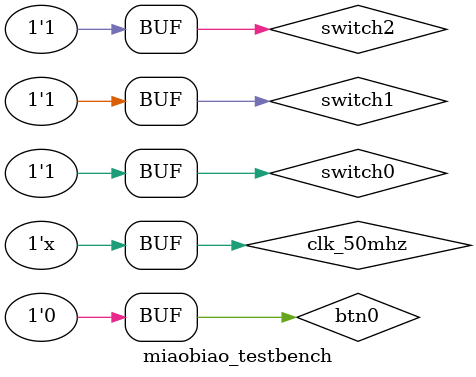
<source format=v>
`timescale 1ns / 1ps


module miaobiao_testbench;

	// Inputs
	reg clk_50mhz;
	reg switch0;
	reg switch1;
	reg switch2;
	reg btn0;

	// Outputs
	wire rclk;
	wire sclk;
	wire dio;

	// Instantiate the Unit Under Test (UUT)
	miaobiaotop uut (
		.clk_50mhz(clk_50mhz), 
		.switch0(switch0), 
		.switch1(switch1), 
		.switch2(switch2), 
		.btn0(btn0), 
		.rclk(rclk), 
		.sclk(sclk), 
		.dio(dio)
	);

	initial begin
		// Initialize Inputs
		clk_50mhz = 0;
		switch0 = 0;
		switch1 = 0;
		switch2 = 0;
		btn0 = 0;
		// Wait 100 ns for global reset to finish
		#100;
		// Add stimulus here
		switch0=1;
		switch1=1;
		switch2=1;
	end
	always
	begin
	#10;
	clk_50mhz=~clk_50mhz;
	end
      
endmodule


</source>
